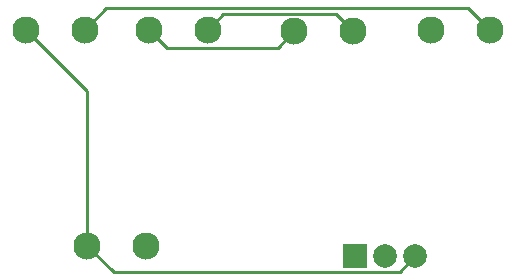
<source format=gtl>
G04 Layer: TopLayer*
G04 EasyEDA v6.5.46, 2024-09-12 22:27:14*
G04 Gerber Generator version 0.2*
G04 Scale: 100 percent, Rotated: No, Reflected: No *
G04 Dimensions in millimeters *
G04 leading zeros omitted , absolute positions ,4 integer and 5 decimal *
%FSLAX45Y45*%
%MOMM*%

%ADD10C,0.2540*%
%ADD11C,2.3000*%
%ADD12R,2.0000X2.0000*%
%ADD13C,2.0000*%

%LPD*%
D10*
X2739189Y9410700D02*
G01*
X2870558Y9542068D01*
X3827020Y9542068D01*
X3971089Y9398000D01*
X2239190Y9410700D02*
G01*
X2393368Y9256521D01*
X3329612Y9256521D01*
X3471090Y9398000D01*
X5126789Y9410700D02*
G01*
X4944493Y9592995D01*
X1880085Y9592995D01*
X1697789Y9410700D01*
X4495802Y7493000D02*
G01*
X4362528Y7359726D01*
X1940664Y7359726D01*
X1718490Y7581900D01*
X1197790Y9410700D02*
G01*
X1718490Y8890000D01*
X1718490Y7581900D01*
D11*
G01*
X1718500Y7581900D03*
G01*
X2218499Y7581900D03*
G01*
X3471100Y9398000D03*
G01*
X3971099Y9398000D03*
G01*
X4626800Y9410700D03*
G01*
X5126799Y9410700D03*
G01*
X1197800Y9410700D03*
G01*
X1697799Y9410700D03*
G01*
X2239200Y9410700D03*
G01*
X2739199Y9410700D03*
D12*
G01*
X3987800Y7493000D03*
D13*
G01*
X4241800Y7493000D03*
G01*
X4495800Y7493000D03*
M02*

</source>
